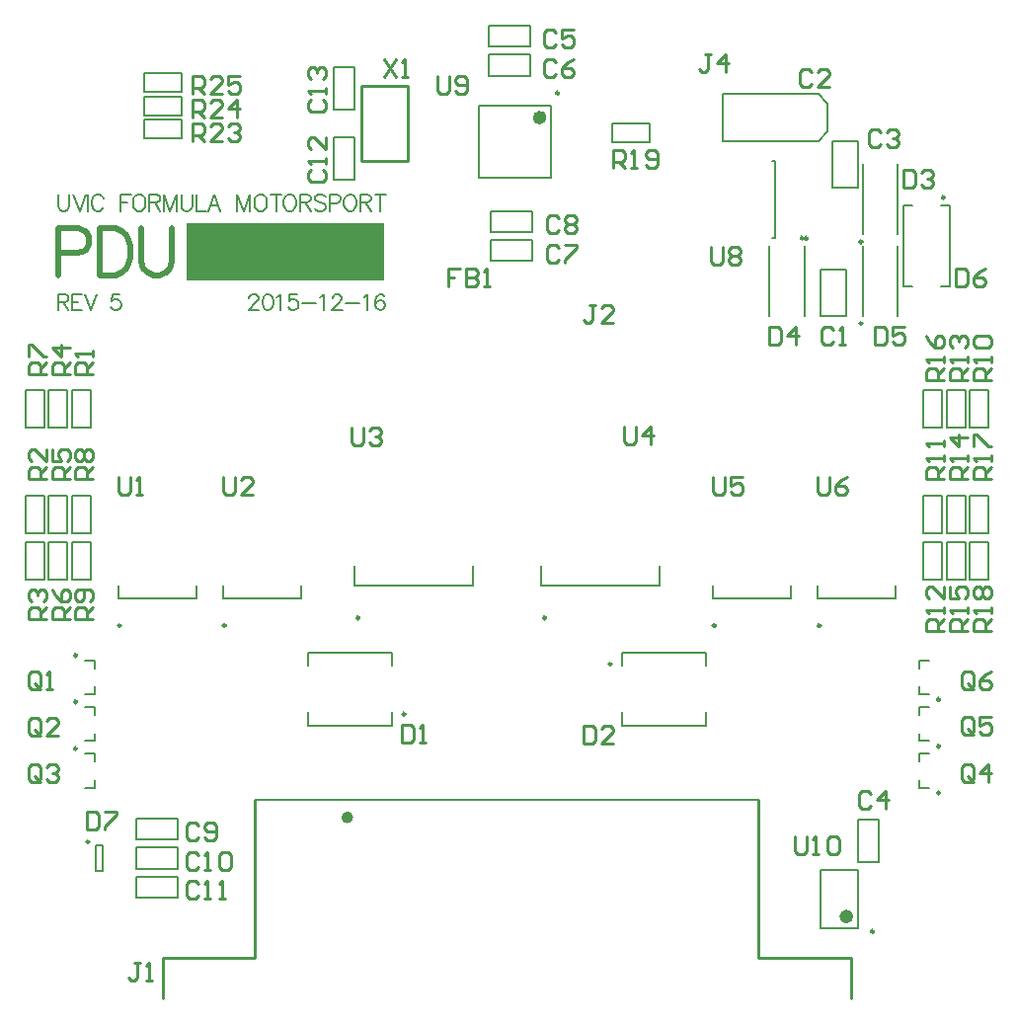
<source format=gto>
G04 Layer_Color=65535*
%FSLAX25Y25*%
%MOIN*%
G70*
G01*
G75*
%ADD34C,0.00984*%
%ADD39C,0.02362*%
%ADD48C,0.01969*%
%ADD49C,0.01000*%
%ADD50C,0.00787*%
%ADD51R,0.66929X0.19685*%
D34*
X343012Y114567D02*
G03*
X343012Y114567I-492J0D01*
G01*
Y98819D02*
G03*
X343012Y98819I-492J0D01*
G01*
X51673Y113779D02*
G03*
X51673Y113779I-492J0D01*
G01*
Y129528D02*
G03*
X51673Y129528I-492J0D01*
G01*
X343012Y83071D02*
G03*
X343012Y83071I-492J0D01*
G01*
X51673Y98032D02*
G03*
X51673Y98032I-492J0D01*
G01*
X296949Y270354D02*
G03*
X296949Y270354I-492J0D01*
G01*
X316831Y241535D02*
G03*
X316831Y241535I-492J0D01*
G01*
X298327Y270276D02*
G03*
X298327Y270276I-492J0D01*
G01*
X316831Y269094D02*
G03*
X316831Y269094I-492J0D01*
G01*
X344587Y284055D02*
G03*
X344587Y284055I-492J0D01*
G01*
X232185Y126575D02*
G03*
X232185Y126575I-492J0D01*
G01*
X162500Y109646D02*
G03*
X162500Y109646I-492J0D01*
G01*
X302736Y139567D02*
G03*
X302736Y139567I-492J0D01*
G01*
X267303D02*
G03*
X267303Y139567I-492J0D01*
G01*
X101949D02*
G03*
X101949Y139567I-492J0D01*
G01*
X66516Y139567D02*
G03*
X66516Y139567I-492J0D01*
G01*
X210000Y142126D02*
G03*
X210000Y142126I-492J0D01*
G01*
X147008D02*
G03*
X147008Y142126I-492J0D01*
G01*
X214370Y319291D02*
G03*
X214370Y319291I-492J0D01*
G01*
X55807Y66575D02*
G03*
X55807Y66575I-492J0D01*
G01*
X320669Y36299D02*
G03*
X320669Y36299I-492J0D01*
G01*
D39*
X209055Y311024D02*
G03*
X209055Y311024I-1181J0D01*
G01*
X312598Y41339D02*
G03*
X312598Y41339I-1181J0D01*
G01*
D48*
X143903Y74787D02*
G03*
X143903Y74787I-984J0D01*
G01*
X45276Y265371D02*
X52023D01*
X54273Y266121D01*
X55022Y266871D01*
X55772Y268370D01*
Y270620D01*
X55022Y272119D01*
X54273Y272869D01*
X52023Y273619D01*
X45276D01*
Y257874D01*
X59296Y273619D02*
Y257874D01*
Y273619D02*
X64544D01*
X66793Y272869D01*
X68293Y271369D01*
X69042Y269870D01*
X69792Y267621D01*
Y263872D01*
X69042Y261623D01*
X68293Y260123D01*
X66793Y258624D01*
X64544Y257874D01*
X59296D01*
X73316Y273619D02*
Y262372D01*
X74066Y260123D01*
X75565Y258624D01*
X77815Y257874D01*
X79314D01*
X81563Y258624D01*
X83063Y260123D01*
X83812Y262372D01*
Y273619D01*
D49*
X312992Y13780D02*
Y27543D01*
X281816D02*
Y80654D01*
Y27543D02*
X312992D01*
X80709D02*
X111796D01*
Y80654D01*
X80709Y13780D02*
Y27543D01*
X163386Y296260D02*
Y321850D01*
X147638Y296260D02*
X163386D01*
X147638D02*
Y321850D01*
X163386D01*
X181164Y259935D02*
X177165D01*
Y256936D01*
X179165D01*
X177165D01*
Y253937D01*
X183163Y259935D02*
Y253937D01*
X186162D01*
X187162Y254937D01*
Y255936D01*
X186162Y256936D01*
X183163D01*
X186162D01*
X187162Y257936D01*
Y258935D01*
X186162Y259935D01*
X183163D01*
X189162Y253937D02*
X191161D01*
X190161D01*
Y259935D01*
X189162Y258935D01*
X307148Y239250D02*
X306149Y240250D01*
X304149D01*
X303150Y239250D01*
Y235252D01*
X304149Y234252D01*
X306149D01*
X307148Y235252D01*
X309148Y234252D02*
X311147D01*
X310147D01*
Y240250D01*
X309148Y239250D01*
X299668Y326258D02*
X298668Y327258D01*
X296669D01*
X295669Y326258D01*
Y322259D01*
X296669Y321260D01*
X298668D01*
X299668Y322259D01*
X305666Y321260D02*
X301667D01*
X305666Y325259D01*
Y326258D01*
X304666Y327258D01*
X302667D01*
X301667Y326258D01*
X322896Y306179D02*
X321897Y307179D01*
X319897D01*
X318898Y306179D01*
Y302181D01*
X319897Y301181D01*
X321897D01*
X322896Y302181D01*
X324896Y306179D02*
X325895Y307179D01*
X327895D01*
X328894Y306179D01*
Y305180D01*
X327895Y304180D01*
X326895D01*
X327895D01*
X328894Y303181D01*
Y302181D01*
X327895Y301181D01*
X325895D01*
X324896Y302181D01*
X319648Y82685D02*
X318649Y83685D01*
X316649D01*
X315650Y82685D01*
Y78686D01*
X316649Y77687D01*
X318649D01*
X319648Y78686D01*
X324647Y77687D02*
Y83685D01*
X321648Y80686D01*
X325646D01*
X213447Y339644D02*
X212448Y340644D01*
X210449D01*
X209449Y339644D01*
Y335645D01*
X210449Y334646D01*
X212448D01*
X213447Y335645D01*
X219446Y340644D02*
X215447D01*
Y337645D01*
X217446Y338644D01*
X218446D01*
X219446Y337645D01*
Y335645D01*
X218446Y334646D01*
X216447D01*
X215447Y335645D01*
X213447Y329802D02*
X212448Y330801D01*
X210449D01*
X209449Y329802D01*
Y325803D01*
X210449Y324803D01*
X212448D01*
X213447Y325803D01*
X219446Y330801D02*
X217446Y329802D01*
X215447Y327802D01*
Y325803D01*
X216447Y324803D01*
X218446D01*
X219446Y325803D01*
Y326802D01*
X218446Y327802D01*
X215447D01*
X214235Y267203D02*
X213235Y268203D01*
X211236D01*
X210236Y267203D01*
Y263204D01*
X211236Y262205D01*
X213235D01*
X214235Y263204D01*
X216234Y268203D02*
X220233D01*
Y267203D01*
X216234Y263204D01*
Y262205D01*
X214235Y277046D02*
X213235Y278045D01*
X211236D01*
X210236Y277046D01*
Y273047D01*
X211236Y272047D01*
X213235D01*
X214235Y273047D01*
X216234Y277046D02*
X217234Y278045D01*
X219233D01*
X220233Y277046D01*
Y276046D01*
X219233Y275046D01*
X220233Y274047D01*
Y273047D01*
X219233Y272047D01*
X217234D01*
X216234Y273047D01*
Y274047D01*
X217234Y275046D01*
X216234Y276046D01*
Y277046D01*
X217234Y275046D02*
X219233D01*
X161417Y105998D02*
Y100000D01*
X164416D01*
X165416Y101000D01*
Y104998D01*
X164416Y105998D01*
X161417D01*
X167415Y100000D02*
X169415D01*
X168415D01*
Y105998D01*
X167415Y104998D01*
X222835Y105604D02*
Y99606D01*
X225834D01*
X226833Y100606D01*
Y104605D01*
X225834Y105604D01*
X222835D01*
X232831Y99606D02*
X228833D01*
X232831Y103605D01*
Y104605D01*
X231832Y105604D01*
X229832D01*
X228833Y104605D01*
X330709Y293400D02*
Y287402D01*
X333708D01*
X334707Y288401D01*
Y292400D01*
X333708Y293400D01*
X330709D01*
X336707Y292400D02*
X337706Y293400D01*
X339706D01*
X340705Y292400D01*
Y291400D01*
X339706Y290401D01*
X338706D01*
X339706D01*
X340705Y289401D01*
Y288401D01*
X339706Y287402D01*
X337706D01*
X336707Y288401D01*
X285433Y240250D02*
Y234252D01*
X288432D01*
X289432Y235252D01*
Y239250D01*
X288432Y240250D01*
X285433D01*
X294430Y234252D02*
Y240250D01*
X291431Y237251D01*
X295430D01*
X320866Y240250D02*
Y234252D01*
X323865D01*
X324865Y235252D01*
Y239250D01*
X323865Y240250D01*
X320866D01*
X330863D02*
X326864D01*
Y237251D01*
X328864Y238251D01*
X329863D01*
X330863Y237251D01*
Y235252D01*
X329863Y234252D01*
X327864D01*
X326864Y235252D01*
X348425Y259935D02*
Y253937D01*
X351424D01*
X352424Y254937D01*
Y258935D01*
X351424Y259935D01*
X348425D01*
X358422D02*
X356423Y258935D01*
X354423Y256936D01*
Y254937D01*
X355423Y253937D01*
X357422D01*
X358422Y254937D01*
Y255936D01*
X357422Y256936D01*
X354423D01*
X72896Y25683D02*
X70897D01*
X71897D01*
Y20685D01*
X70897Y19685D01*
X69897D01*
X68898Y20685D01*
X74896Y19685D02*
X76895D01*
X75895D01*
Y25683D01*
X74896Y24683D01*
X265810Y332376D02*
X263810D01*
X264810D01*
Y327378D01*
X263810Y326378D01*
X262811D01*
X261811Y327378D01*
X270808Y326378D02*
Y332376D01*
X267809Y329377D01*
X271808D01*
X39432Y87614D02*
Y91612D01*
X38432Y92612D01*
X36433D01*
X35433Y91612D01*
Y87614D01*
X36433Y86614D01*
X38432D01*
X37432Y88613D02*
X39432Y86614D01*
X38432D02*
X39432Y87614D01*
X41431Y91612D02*
X42431Y92612D01*
X44430D01*
X45430Y91612D01*
Y90613D01*
X44430Y89613D01*
X43431D01*
X44430D01*
X45430Y88613D01*
Y87614D01*
X44430Y86614D01*
X42431D01*
X41431Y87614D01*
X354392D02*
Y91612D01*
X353393Y92612D01*
X351393D01*
X350394Y91612D01*
Y87614D01*
X351393Y86614D01*
X353393D01*
X352393Y88613D02*
X354392Y86614D01*
X353393D02*
X354392Y87614D01*
X359391Y86614D02*
Y92612D01*
X356392Y89613D01*
X360390D01*
X39432Y119110D02*
Y123109D01*
X38432Y124108D01*
X36433D01*
X35433Y123109D01*
Y119110D01*
X36433Y118110D01*
X38432D01*
X37432Y120110D02*
X39432Y118110D01*
X38432D02*
X39432Y119110D01*
X41431Y118110D02*
X43431D01*
X42431D01*
Y124108D01*
X41431Y123109D01*
X39432Y103362D02*
Y107361D01*
X38432Y108360D01*
X36433D01*
X35433Y107361D01*
Y103362D01*
X36433Y102362D01*
X38432D01*
X37432Y104362D02*
X39432Y102362D01*
X38432D02*
X39432Y103362D01*
X45430Y102362D02*
X41431D01*
X45430Y106361D01*
Y107361D01*
X44430Y108360D01*
X42431D01*
X41431Y107361D01*
X354392Y103559D02*
Y107557D01*
X353393Y108557D01*
X351393D01*
X350394Y107557D01*
Y103559D01*
X351393Y102559D01*
X353393D01*
X352393Y104558D02*
X354392Y102559D01*
X353393D02*
X354392Y103559D01*
X360390Y108557D02*
X356392D01*
Y105558D01*
X358391Y106558D01*
X359391D01*
X360390Y105558D01*
Y103559D01*
X359391Y102559D01*
X357391D01*
X356392Y103559D01*
X354392Y119110D02*
Y123109D01*
X353393Y124108D01*
X351393D01*
X350394Y123109D01*
Y119110D01*
X351393Y118110D01*
X353393D01*
X352393Y120110D02*
X354392Y118110D01*
X353393D02*
X354392Y119110D01*
X360390Y124108D02*
X358391Y123109D01*
X356392Y121109D01*
Y119110D01*
X357391Y118110D01*
X359391D01*
X360390Y119110D01*
Y120110D01*
X359391Y121109D01*
X356392D01*
X57087Y224410D02*
X51089D01*
Y227409D01*
X52088Y228408D01*
X54088D01*
X55087Y227409D01*
Y224410D01*
Y226409D02*
X57087Y228408D01*
Y230408D02*
Y232407D01*
Y231407D01*
X51089D01*
X52088Y230408D01*
X41339Y188976D02*
X35340D01*
Y191975D01*
X36340Y192975D01*
X38339D01*
X39339Y191975D01*
Y188976D01*
Y190976D02*
X41339Y192975D01*
Y198973D02*
Y194974D01*
X37340Y198973D01*
X36340D01*
X35340Y197974D01*
Y195974D01*
X36340Y194974D01*
X41339Y141732D02*
X35340D01*
Y144731D01*
X36340Y145731D01*
X38339D01*
X39339Y144731D01*
Y141732D01*
Y143732D02*
X41339Y145731D01*
X36340Y147730D02*
X35340Y148730D01*
Y150729D01*
X36340Y151729D01*
X37340D01*
X38339Y150729D01*
Y149730D01*
Y150729D01*
X39339Y151729D01*
X40339D01*
X41339Y150729D01*
Y148730D01*
X40339Y147730D01*
X49213Y224410D02*
X43214D01*
Y227409D01*
X44214Y228408D01*
X46214D01*
X47213Y227409D01*
Y224410D01*
Y226409D02*
X49213Y228408D01*
Y233406D02*
X43214D01*
X46214Y230408D01*
Y234406D01*
X49213Y188976D02*
X43214D01*
Y191975D01*
X44214Y192975D01*
X46214D01*
X47213Y191975D01*
Y188976D01*
Y190976D02*
X49213Y192975D01*
X43214Y198973D02*
Y194974D01*
X46214D01*
X45214Y196974D01*
Y197974D01*
X46214Y198973D01*
X48213D01*
X49213Y197974D01*
Y195974D01*
X48213Y194974D01*
X49213Y141732D02*
X43214D01*
Y144731D01*
X44214Y145731D01*
X46214D01*
X47213Y144731D01*
Y141732D01*
Y143732D02*
X49213Y145731D01*
X43214Y151729D02*
X44214Y149730D01*
X46214Y147730D01*
X48213D01*
X49213Y148730D01*
Y150729D01*
X48213Y151729D01*
X47213D01*
X46214Y150729D01*
Y147730D01*
X41339Y224410D02*
X35340D01*
Y227409D01*
X36340Y228408D01*
X38340D01*
X39339Y227409D01*
Y224410D01*
Y226409D02*
X41339Y228408D01*
X35340Y230408D02*
Y234406D01*
X36340D01*
X40339Y230408D01*
X41339D01*
X57087Y188976D02*
X51089D01*
Y191975D01*
X52088Y192975D01*
X54088D01*
X55087Y191975D01*
Y188976D01*
Y190976D02*
X57087Y192975D01*
X52088Y194974D02*
X51089Y195974D01*
Y197974D01*
X52088Y198973D01*
X53088D01*
X54088Y197974D01*
X55087Y198973D01*
X56087D01*
X57087Y197974D01*
Y195974D01*
X56087Y194974D01*
X55087D01*
X54088Y195974D01*
X53088Y194974D01*
X52088D01*
X54088Y195974D02*
Y197974D01*
X57087Y141732D02*
X51089D01*
Y144731D01*
X52088Y145731D01*
X54088D01*
X55087Y144731D01*
Y141732D01*
Y143732D02*
X57087Y145731D01*
X56087Y147730D02*
X57087Y148730D01*
Y150729D01*
X56087Y151729D01*
X52088D01*
X51089Y150729D01*
Y148730D01*
X52088Y147730D01*
X53088D01*
X54088Y148730D01*
Y151729D01*
X360236Y222441D02*
X354238D01*
Y225440D01*
X355238Y226440D01*
X357237D01*
X358237Y225440D01*
Y222441D01*
Y224440D02*
X360236Y226440D01*
Y228439D02*
Y230438D01*
Y229439D01*
X354238D01*
X355238Y228439D01*
Y233437D02*
X354238Y234437D01*
Y236436D01*
X355238Y237436D01*
X359237D01*
X360236Y236436D01*
Y234437D01*
X359237Y233437D01*
X355238D01*
X344488Y188976D02*
X338490D01*
Y191975D01*
X339490Y192975D01*
X341489D01*
X342489Y191975D01*
Y188976D01*
Y190976D02*
X344488Y192975D01*
Y194974D02*
Y196974D01*
Y195974D01*
X338490D01*
X339490Y194974D01*
X344488Y199973D02*
Y201972D01*
Y200973D01*
X338490D01*
X339490Y199973D01*
X344488Y137795D02*
X338490D01*
Y140794D01*
X339490Y141794D01*
X341489D01*
X342489Y140794D01*
Y137795D01*
Y139795D02*
X344488Y141794D01*
Y143793D02*
Y145793D01*
Y144793D01*
X338490D01*
X339490Y143793D01*
X344488Y152790D02*
Y148792D01*
X340490Y152790D01*
X339490D01*
X338490Y151791D01*
Y149791D01*
X339490Y148792D01*
X344488Y222441D02*
X338490D01*
Y225440D01*
X339490Y226440D01*
X341489D01*
X342489Y225440D01*
Y222441D01*
Y224440D02*
X344488Y226440D01*
Y228439D02*
Y230438D01*
Y229439D01*
X338490D01*
X339490Y228439D01*
X338490Y237436D02*
X339490Y235437D01*
X341489Y233437D01*
X343489D01*
X344488Y234437D01*
Y236436D01*
X343489Y237436D01*
X342489D01*
X341489Y236436D01*
Y233437D01*
X360236Y188976D02*
X354238D01*
Y191975D01*
X355238Y192975D01*
X357237D01*
X358237Y191975D01*
Y188976D01*
Y190976D02*
X360236Y192975D01*
Y194974D02*
Y196974D01*
Y195974D01*
X354238D01*
X355238Y194974D01*
X354238Y199973D02*
Y203972D01*
X355238D01*
X359237Y199973D01*
X360236D01*
Y137795D02*
X354238D01*
Y140794D01*
X355238Y141794D01*
X357237D01*
X358237Y140794D01*
Y137795D01*
Y139795D02*
X360236Y141794D01*
Y143793D02*
Y145793D01*
Y144793D01*
X354238D01*
X355238Y143793D01*
Y148792D02*
X354238Y149791D01*
Y151791D01*
X355238Y152790D01*
X356238D01*
X357237Y151791D01*
X358237Y152790D01*
X359237D01*
X360236Y151791D01*
Y149791D01*
X359237Y148792D01*
X358237D01*
X357237Y149791D01*
X356238Y148792D01*
X355238D01*
X357237Y149791D02*
Y151791D01*
X352362Y222441D02*
X346364D01*
Y225440D01*
X347364Y226440D01*
X349363D01*
X350363Y225440D01*
Y222441D01*
Y224440D02*
X352362Y226440D01*
Y228439D02*
Y230438D01*
Y229439D01*
X346364D01*
X347364Y228439D01*
Y233437D02*
X346364Y234437D01*
Y236436D01*
X347364Y237436D01*
X348363D01*
X349363Y236436D01*
Y235437D01*
Y236436D01*
X350363Y237436D01*
X351362D01*
X352362Y236436D01*
Y234437D01*
X351362Y233437D01*
X352362Y188976D02*
X346364D01*
Y191975D01*
X347364Y192975D01*
X349363D01*
X350363Y191975D01*
Y188976D01*
Y190976D02*
X352362Y192975D01*
Y194974D02*
Y196974D01*
Y195974D01*
X346364D01*
X347364Y194974D01*
X352362Y202972D02*
X346364D01*
X349363Y199973D01*
Y203972D01*
X352362Y137795D02*
X346364D01*
Y140794D01*
X347364Y141794D01*
X349363D01*
X350363Y140794D01*
Y137795D01*
Y139795D02*
X352362Y141794D01*
Y143793D02*
Y145793D01*
Y144793D01*
X346364D01*
X347364Y143793D01*
X346364Y152790D02*
Y148792D01*
X349363D01*
X348363Y150791D01*
Y151791D01*
X349363Y152790D01*
X351362D01*
X352362Y151791D01*
Y149791D01*
X351362Y148792D01*
X232677Y294094D02*
Y300093D01*
X235676D01*
X236676Y299093D01*
Y297094D01*
X235676Y296094D01*
X232677D01*
X234677D02*
X236676Y294094D01*
X238675D02*
X240675D01*
X239675D01*
Y300093D01*
X238675Y299093D01*
X243674Y295094D02*
X244673Y294094D01*
X246673D01*
X247672Y295094D01*
Y299093D01*
X246673Y300093D01*
X244673D01*
X243674Y299093D01*
Y298093D01*
X244673Y297094D01*
X247672D01*
X144250Y206448D02*
Y201449D01*
X145249Y200450D01*
X147249D01*
X148248Y201449D01*
Y206448D01*
X150248Y205448D02*
X151247Y206448D01*
X153247D01*
X154246Y205448D01*
Y204448D01*
X153247Y203449D01*
X152247D01*
X153247D01*
X154246Y202449D01*
Y201449D01*
X153247Y200450D01*
X151247D01*
X150248Y201449D01*
X236221Y206785D02*
Y201787D01*
X237220Y200787D01*
X239219D01*
X240219Y201787D01*
Y206785D01*
X245218Y200787D02*
Y206785D01*
X242218Y203786D01*
X246217D01*
X65598Y189648D02*
Y184649D01*
X66597Y183650D01*
X68597D01*
X69596Y184649D01*
Y189648D01*
X71596Y183650D02*
X73595D01*
X72595D01*
Y189648D01*
X71596Y188648D01*
X101024Y189648D02*
Y184649D01*
X102023Y183650D01*
X104023D01*
X105022Y184649D01*
Y189648D01*
X111020Y183650D02*
X107022D01*
X111020Y187648D01*
Y188648D01*
X110021Y189648D01*
X108021D01*
X107022Y188648D01*
X266376Y189648D02*
Y184649D01*
X267375Y183650D01*
X269375D01*
X270374Y184649D01*
Y189648D01*
X276372D02*
X272374D01*
Y186649D01*
X274373Y187648D01*
X275373D01*
X276372Y186649D01*
Y184649D01*
X275373Y183650D01*
X273373D01*
X272374Y184649D01*
X301802Y189648D02*
Y184649D01*
X302801Y183650D01*
X304801D01*
X305800Y184649D01*
Y189648D01*
X311798D02*
X309799Y188648D01*
X307800Y186649D01*
Y184649D01*
X308799Y183650D01*
X310799D01*
X311798Y184649D01*
Y185649D01*
X310799Y186649D01*
X307800D01*
X265748Y267415D02*
Y262417D01*
X266748Y261417D01*
X268747D01*
X269747Y262417D01*
Y267415D01*
X271746Y266416D02*
X272746Y267415D01*
X274745D01*
X275745Y266416D01*
Y265416D01*
X274745Y264416D01*
X275745Y263417D01*
Y262417D01*
X274745Y261417D01*
X272746D01*
X271746Y262417D01*
Y263417D01*
X272746Y264416D01*
X271746Y265416D01*
Y266416D01*
X272746Y264416D02*
X274745D01*
X173228Y324896D02*
Y319897D01*
X174228Y318898D01*
X176227D01*
X177227Y319897D01*
Y324896D01*
X179226Y319897D02*
X180226Y318898D01*
X182225D01*
X183225Y319897D01*
Y323896D01*
X182225Y324896D01*
X180226D01*
X179226Y323896D01*
Y322896D01*
X180226Y321897D01*
X183225D01*
X293944Y68416D02*
Y63418D01*
X294944Y62418D01*
X296943D01*
X297943Y63418D01*
Y68416D01*
X299942Y62418D02*
X301941D01*
X300942D01*
Y68416D01*
X299942Y67417D01*
X304941D02*
X305940Y68416D01*
X307940D01*
X308939Y67417D01*
Y63418D01*
X307940Y62418D01*
X305940D01*
X304941Y63418D01*
Y67417D01*
X90551Y303150D02*
Y309148D01*
X93550D01*
X94550Y308148D01*
Y306149D01*
X93550Y305149D01*
X90551D01*
X92550D02*
X94550Y303150D01*
X100548D02*
X96549D01*
X100548Y307148D01*
Y308148D01*
X99548Y309148D01*
X97549D01*
X96549Y308148D01*
X102547D02*
X103547Y309148D01*
X105546D01*
X106546Y308148D01*
Y307148D01*
X105546Y306149D01*
X104547D01*
X105546D01*
X106546Y305149D01*
Y304149D01*
X105546Y303150D01*
X103547D01*
X102547Y304149D01*
X90551Y311024D02*
Y317022D01*
X93550D01*
X94550Y316022D01*
Y314023D01*
X93550Y313023D01*
X90551D01*
X92550D02*
X94550Y311024D01*
X100548D02*
X96549D01*
X100548Y315022D01*
Y316022D01*
X99548Y317022D01*
X97549D01*
X96549Y316022D01*
X105546Y311024D02*
Y317022D01*
X102547Y314023D01*
X106546D01*
X90551Y318898D02*
Y324896D01*
X93550D01*
X94550Y323896D01*
Y321897D01*
X93550Y320897D01*
X90551D01*
X92550D02*
X94550Y318898D01*
X100548D02*
X96549D01*
X100548Y322896D01*
Y323896D01*
X99548Y324896D01*
X97549D01*
X96549Y323896D01*
X106546Y324896D02*
X102547D01*
Y321897D01*
X104547Y322896D01*
X105546D01*
X106546Y321897D01*
Y319897D01*
X105546Y318898D01*
X103547D01*
X102547Y319897D01*
X92581Y71927D02*
X91582Y72927D01*
X89582D01*
X88583Y71927D01*
Y67929D01*
X89582Y66929D01*
X91582D01*
X92581Y67929D01*
X94581D02*
X95580Y66929D01*
X97580D01*
X98579Y67929D01*
Y71927D01*
X97580Y72927D01*
X95580D01*
X94581Y71927D01*
Y70928D01*
X95580Y69928D01*
X98579D01*
X92581Y62085D02*
X91582Y63085D01*
X89582D01*
X88583Y62085D01*
Y58086D01*
X89582Y57087D01*
X91582D01*
X92581Y58086D01*
X94581Y57087D02*
X96580D01*
X95580D01*
Y63085D01*
X94581Y62085D01*
X99579D02*
X100579Y63085D01*
X102578D01*
X103578Y62085D01*
Y58086D01*
X102578Y57087D01*
X100579D01*
X99579Y58086D01*
Y62085D01*
X92581Y52242D02*
X91582Y53242D01*
X89582D01*
X88583Y52242D01*
Y48244D01*
X89582Y47244D01*
X91582D01*
X92581Y48244D01*
X94581Y47244D02*
X96580D01*
X95580D01*
Y53242D01*
X94581Y52242D01*
X99579Y47244D02*
X101578D01*
X100579D01*
Y53242D01*
X99579Y52242D01*
X55118Y76864D02*
Y70866D01*
X58117D01*
X59117Y71866D01*
Y75864D01*
X58117Y76864D01*
X55118D01*
X61116D02*
X65115D01*
Y75864D01*
X61116Y71866D01*
Y70866D01*
X226833Y247730D02*
X224834D01*
X225834D01*
Y242732D01*
X224834Y241732D01*
X223834D01*
X222835Y242732D01*
X232831Y241732D02*
X228833D01*
X232831Y245731D01*
Y246731D01*
X231832Y247730D01*
X229832D01*
X228833Y246731D01*
X130828Y293369D02*
X129829Y292369D01*
Y290370D01*
X130828Y289370D01*
X134827D01*
X135827Y290370D01*
Y292369D01*
X134827Y293369D01*
X135827Y295368D02*
Y297368D01*
Y296368D01*
X129829D01*
X130828Y295368D01*
X135827Y304365D02*
Y300366D01*
X131828Y304365D01*
X130828D01*
X129829Y303365D01*
Y301366D01*
X130828Y300366D01*
Y316991D02*
X129829Y315991D01*
Y313992D01*
X130828Y312992D01*
X134827D01*
X135827Y313992D01*
Y315991D01*
X134827Y316991D01*
X135827Y318990D02*
Y320989D01*
Y319990D01*
X129829D01*
X130828Y318990D01*
Y323989D02*
X129829Y324988D01*
Y326988D01*
X130828Y327987D01*
X131828D01*
X132828Y326988D01*
Y325988D01*
Y326988D01*
X133827Y327987D01*
X134827D01*
X135827Y326988D01*
Y324988D01*
X134827Y323989D01*
X155512Y330801D02*
X159511Y324803D01*
Y330801D02*
X155512Y324803D01*
X161510D02*
X163509D01*
X162510D01*
Y330801D01*
X161510Y329802D01*
D50*
X111796Y80654D02*
X281816D01*
X322441Y59842D02*
Y74016D01*
X315354Y59842D02*
X322441D01*
X315354D02*
Y74016D01*
X322441D01*
X311417Y244094D02*
Y259842D01*
X302756Y244094D02*
X311417D01*
X302756D02*
Y259842D01*
X311417D01*
X315354Y287402D02*
Y303150D01*
X306693Y287402D02*
X315354D01*
X306693D02*
Y303150D01*
X315354D01*
X269685Y303150D02*
X301969D01*
X305118Y306299D01*
Y315748D01*
X269685Y318898D02*
X301969D01*
X305118Y315748D01*
X269685Y303150D02*
Y318898D01*
X190551Y342126D02*
X204724D01*
Y335039D02*
Y342126D01*
X190551Y335039D02*
X204724D01*
X190551D02*
Y342126D01*
Y332283D02*
X204724D01*
Y325197D02*
Y332283D01*
X190551Y325197D02*
X204724D01*
X190551D02*
Y332283D01*
X191339Y272441D02*
X205512D01*
X191339D02*
Y279528D01*
X205512D01*
Y272441D02*
Y279528D01*
X191339Y262598D02*
X205512D01*
X191339D02*
Y269685D01*
X205512D01*
Y262598D02*
Y269685D01*
X232677Y309055D02*
X238583D01*
X232283D02*
X232677D01*
X238583D02*
X244882D01*
Y302756D02*
Y309055D01*
X232283Y302756D02*
X244882D01*
X232283D02*
Y309055D01*
X56299Y177165D02*
Y183071D01*
Y183465D01*
Y170866D02*
Y177165D01*
X50000Y170866D02*
X56299D01*
X50000D02*
Y183465D01*
X56299D01*
X50000Y155512D02*
Y161417D01*
Y155118D02*
Y155512D01*
Y161417D02*
Y167717D01*
X56299D01*
Y155118D02*
Y167717D01*
X50000Y155118D02*
X56299D01*
X42126Y155512D02*
Y161417D01*
Y155118D02*
Y155512D01*
Y161417D02*
Y167717D01*
X48425D01*
Y155118D02*
Y167717D01*
X42126Y155118D02*
X48425D01*
Y177165D02*
Y183071D01*
Y183465D01*
Y170866D02*
Y177165D01*
X42126Y170866D02*
X48425D01*
X42126D02*
Y183465D01*
X48425D01*
X34252Y155512D02*
Y161417D01*
Y155118D02*
Y155512D01*
Y161417D02*
Y167717D01*
X40551D01*
Y155118D02*
Y167717D01*
X34252Y155118D02*
X40551D01*
Y177165D02*
Y183071D01*
Y183465D01*
Y170866D02*
Y177165D01*
X34252Y170866D02*
X40551D01*
X34252D02*
Y183465D01*
X40551D01*
X343701Y177165D02*
Y183071D01*
Y183465D01*
Y170866D02*
Y177165D01*
X337402Y170866D02*
X343701D01*
X337402D02*
Y183465D01*
X343701D01*
X337402Y155512D02*
Y161417D01*
Y155118D02*
Y155512D01*
Y161417D02*
Y167717D01*
X343701D01*
Y155118D02*
Y167717D01*
X337402Y155118D02*
X343701D01*
X345276Y155512D02*
Y161417D01*
Y155118D02*
Y155512D01*
Y161417D02*
Y167717D01*
X351575D01*
Y155118D02*
Y167717D01*
X345276Y155118D02*
X351575D01*
Y177165D02*
Y183071D01*
Y183465D01*
Y170866D02*
Y177165D01*
X345276Y170866D02*
X351575D01*
X345276D02*
Y183465D01*
X351575D01*
X359449Y177165D02*
Y183071D01*
Y183465D01*
Y170866D02*
Y177165D01*
X353150Y170866D02*
X359449D01*
X353150D02*
Y183465D01*
X359449D01*
X353150Y155512D02*
Y161417D01*
Y155118D02*
Y155512D01*
Y161417D02*
Y167717D01*
X359449D01*
Y155118D02*
Y167717D01*
X353150Y155118D02*
X359449D01*
X56299Y212598D02*
Y218504D01*
Y218898D01*
Y206299D02*
Y212598D01*
X50000Y206299D02*
X56299D01*
X50000D02*
Y218898D01*
X56299D01*
X48425Y212598D02*
Y218504D01*
Y218898D01*
Y206299D02*
Y212598D01*
X42126Y206299D02*
X48425D01*
X42126D02*
Y218898D01*
X48425D01*
X40551Y212598D02*
Y218504D01*
Y218898D01*
Y206299D02*
Y212598D01*
X34252Y206299D02*
X40551D01*
X34252D02*
Y218898D01*
X40551D01*
X359449Y212598D02*
Y218504D01*
Y218898D01*
Y206299D02*
Y212598D01*
X353150Y206299D02*
X359449D01*
X353150D02*
Y218898D01*
X359449D01*
X351575Y212598D02*
Y218504D01*
Y218898D01*
Y206299D02*
Y212598D01*
X345276Y206299D02*
X351575D01*
X345276D02*
Y218898D01*
X351575D01*
X343701Y212598D02*
Y218504D01*
Y218898D01*
Y206299D02*
Y212598D01*
X337402Y206299D02*
X343701D01*
X337402D02*
Y218898D01*
X343701D01*
X80709Y303937D02*
X86614D01*
X87008D01*
X74410D02*
X80709D01*
X74410D02*
Y310236D01*
X87008D01*
Y303937D02*
Y310236D01*
X80709Y311811D02*
X86614D01*
X87008D01*
X74410D02*
X80709D01*
X74410D02*
Y318110D01*
X87008D01*
Y311811D02*
Y318110D01*
X80709Y319685D02*
X86614D01*
X87008D01*
X74410D02*
X80709D01*
X74410D02*
Y325984D01*
X87008D01*
Y319685D02*
Y325984D01*
X71653Y74410D02*
X85827D01*
Y67323D02*
Y74410D01*
X71653Y67323D02*
X85827D01*
X71653D02*
Y74410D01*
Y54724D02*
X85827D01*
Y47638D02*
Y54724D01*
X71653Y47638D02*
X85827D01*
X71653D02*
Y54724D01*
Y64567D02*
X85827D01*
Y57480D02*
Y64567D01*
X71653Y57480D02*
X85827D01*
X71653D02*
Y64567D01*
X336024Y116299D02*
X339232D01*
X336024D02*
Y118898D01*
Y127795D02*
X339232D01*
X336024Y125197D02*
Y127795D01*
Y109449D02*
Y112047D01*
X339232D01*
X336024Y100551D02*
Y103150D01*
Y100551D02*
X339232D01*
X54469Y112047D02*
X57677D01*
Y109449D02*
Y112047D01*
X54469Y100551D02*
X57677D01*
Y103150D01*
Y116299D02*
Y118898D01*
X54469Y116299D02*
X57677D01*
Y125197D02*
Y127795D01*
X54469D02*
X57677D01*
X336024Y84803D02*
X339232D01*
X336024D02*
Y87402D01*
Y96299D02*
X339232D01*
X336024Y93701D02*
Y96299D01*
X57677Y84803D02*
Y87402D01*
X54469Y84803D02*
X57677D01*
Y93701D02*
Y96299D01*
X54469D02*
X57677D01*
X286221Y270472D02*
X287205D01*
X286221Y296457D02*
X287205D01*
Y270472D02*
Y296457D01*
X328740Y244094D02*
Y267717D01*
X316929Y244094D02*
Y267717D01*
X285433Y244094D02*
Y267717D01*
X297244Y244094D02*
Y267717D01*
X328740Y271654D02*
Y295276D01*
X316929Y271654D02*
Y295276D01*
X346457Y253937D02*
Y281496D01*
X330709Y253937D02*
Y281496D01*
X343504D02*
X346457D01*
X343504Y253937D02*
X346457D01*
X330709Y281496D02*
X333661D01*
X330709Y253937D02*
X333661D01*
X235827Y130512D02*
X264173D01*
X235827Y105709D02*
X264173D01*
X235827Y125984D02*
Y130512D01*
X264173Y125984D02*
Y130512D01*
X235827Y105709D02*
Y110236D01*
X264173Y105709D02*
Y110236D01*
X129528Y105709D02*
X157874D01*
X129528Y130512D02*
X157874D01*
Y105709D02*
Y110236D01*
X129528Y105709D02*
Y110236D01*
X157874Y125984D02*
Y130512D01*
X129528Y125984D02*
Y130512D01*
X301772Y148622D02*
Y152953D01*
Y148622D02*
X328150D01*
Y152953D01*
X266339Y148622D02*
Y152953D01*
Y148622D02*
X292717D01*
Y152953D01*
X100984Y148622D02*
Y152953D01*
Y148622D02*
X127362D01*
Y152953D01*
X65551Y148622D02*
Y152953D01*
Y148622D02*
X91929D01*
Y152953D01*
X248425Y153150D02*
Y159646D01*
X208268Y153150D02*
X248425D01*
X208268D02*
Y159646D01*
X185433Y153150D02*
Y159646D01*
X145276Y153150D02*
X185433D01*
X145276D02*
Y159646D01*
X187402Y290551D02*
Y314961D01*
X211811Y290551D02*
Y314961D01*
X187402Y290551D02*
X211811D01*
X187402Y314961D02*
X211811D01*
X57874Y65354D02*
X60236D01*
X57874Y56693D02*
X60236D01*
X57874D02*
Y65354D01*
X60236Y56693D02*
Y65354D01*
X302756Y57087D02*
X315354D01*
X302756Y37402D02*
X315354D01*
X302756D02*
Y57087D01*
X315354Y37402D02*
Y57087D01*
X145276Y313779D02*
Y327953D01*
X138189Y313779D02*
X145276D01*
X138189D02*
Y327953D01*
X145276D01*
X138189Y290158D02*
Y304331D01*
X145276D01*
Y290158D02*
Y304331D01*
X138189Y290158D02*
X145276D01*
X45276Y285078D02*
Y281113D01*
X45540Y280320D01*
X46069Y279792D01*
X46861Y279528D01*
X47390D01*
X48183Y279792D01*
X48711Y280320D01*
X48976Y281113D01*
Y285078D01*
X50508D02*
X52623Y279528D01*
X54737Y285078D02*
X52623Y279528D01*
X55451Y285078D02*
Y279528D01*
X60578Y283756D02*
X60313Y284285D01*
X59785Y284813D01*
X59256Y285078D01*
X58199D01*
X57671Y284813D01*
X57142Y284285D01*
X56878Y283756D01*
X56613Y282963D01*
Y281642D01*
X56878Y280849D01*
X57142Y280320D01*
X57671Y279792D01*
X58199Y279528D01*
X59256D01*
X59785Y279792D01*
X60313Y280320D01*
X60578Y280849D01*
X66498Y285078D02*
Y279528D01*
Y285078D02*
X69933D01*
X66498Y282435D02*
X68612D01*
X72153Y285078D02*
X71625Y284813D01*
X71096Y284285D01*
X70832Y283756D01*
X70568Y282963D01*
Y281642D01*
X70832Y280849D01*
X71096Y280320D01*
X71625Y279792D01*
X72153Y279528D01*
X73211D01*
X73739Y279792D01*
X74268Y280320D01*
X74532Y280849D01*
X74796Y281642D01*
Y282963D01*
X74532Y283756D01*
X74268Y284285D01*
X73739Y284813D01*
X73211Y285078D01*
X72153D01*
X76091D02*
Y279528D01*
Y285078D02*
X78470D01*
X79263Y284813D01*
X79527Y284549D01*
X79791Y284020D01*
Y283492D01*
X79527Y282963D01*
X79263Y282699D01*
X78470Y282435D01*
X76091D01*
X77941D02*
X79791Y279528D01*
X81033Y285078D02*
Y279528D01*
Y285078D02*
X83148Y279528D01*
X85262Y285078D02*
X83148Y279528D01*
X85262Y285078D02*
Y279528D01*
X86848Y285078D02*
Y281113D01*
X87112Y280320D01*
X87641Y279792D01*
X88433Y279528D01*
X88962D01*
X89755Y279792D01*
X90283Y280320D01*
X90548Y281113D01*
Y285078D01*
X92080D02*
Y279528D01*
X95252D01*
X100088D02*
X97974Y285078D01*
X95860Y279528D01*
X96653Y281378D02*
X99296D01*
X105744Y285078D02*
Y279528D01*
Y285078D02*
X107858Y279528D01*
X109973Y285078D02*
X107858Y279528D01*
X109973Y285078D02*
Y279528D01*
X113144Y285078D02*
X112616Y284813D01*
X112087Y284285D01*
X111823Y283756D01*
X111558Y282963D01*
Y281642D01*
X111823Y280849D01*
X112087Y280320D01*
X112616Y279792D01*
X113144Y279528D01*
X114201D01*
X114730Y279792D01*
X115258Y280320D01*
X115523Y280849D01*
X115787Y281642D01*
Y282963D01*
X115523Y283756D01*
X115258Y284285D01*
X114730Y284813D01*
X114201Y285078D01*
X113144D01*
X118932D02*
Y279528D01*
X117082Y285078D02*
X120782D01*
X123028D02*
X122500Y284813D01*
X121971Y284285D01*
X121707Y283756D01*
X121443Y282963D01*
Y281642D01*
X121707Y280849D01*
X121971Y280320D01*
X122500Y279792D01*
X123028Y279528D01*
X124085D01*
X124614Y279792D01*
X125143Y280320D01*
X125407Y280849D01*
X125671Y281642D01*
Y282963D01*
X125407Y283756D01*
X125143Y284285D01*
X124614Y284813D01*
X124085Y285078D01*
X123028D01*
X126966D02*
Y279528D01*
Y285078D02*
X129345D01*
X130138Y284813D01*
X130402Y284549D01*
X130666Y284020D01*
Y283492D01*
X130402Y282963D01*
X130138Y282699D01*
X129345Y282435D01*
X126966D01*
X128816D02*
X130666Y279528D01*
X135608Y284285D02*
X135080Y284813D01*
X134287Y285078D01*
X133230D01*
X132437Y284813D01*
X131908Y284285D01*
Y283756D01*
X132173Y283227D01*
X132437Y282963D01*
X132965Y282699D01*
X134551Y282170D01*
X135080Y281906D01*
X135344Y281642D01*
X135608Y281113D01*
Y280320D01*
X135080Y279792D01*
X134287Y279528D01*
X133230D01*
X132437Y279792D01*
X131908Y280320D01*
X136850Y282170D02*
X139229D01*
X140022Y282435D01*
X140286Y282699D01*
X140550Y283227D01*
Y284020D01*
X140286Y284549D01*
X140022Y284813D01*
X139229Y285078D01*
X136850D01*
Y279528D01*
X143378Y285078D02*
X142850Y284813D01*
X142321Y284285D01*
X142057Y283756D01*
X141793Y282963D01*
Y281642D01*
X142057Y280849D01*
X142321Y280320D01*
X142850Y279792D01*
X143378Y279528D01*
X144435D01*
X144964Y279792D01*
X145493Y280320D01*
X145757Y280849D01*
X146021Y281642D01*
Y282963D01*
X145757Y283756D01*
X145493Y284285D01*
X144964Y284813D01*
X144435Y285078D01*
X143378D01*
X147316D02*
Y279528D01*
Y285078D02*
X149695D01*
X150487Y284813D01*
X150752Y284549D01*
X151016Y284020D01*
Y283492D01*
X150752Y282963D01*
X150487Y282699D01*
X149695Y282435D01*
X147316D01*
X149166D02*
X151016Y279528D01*
X154108Y285078D02*
Y279528D01*
X152258Y285078D02*
X155958D01*
X45276Y251377D02*
Y246063D01*
Y251377D02*
X47553D01*
X48312Y251124D01*
X48565Y250871D01*
X48818Y250365D01*
Y249859D01*
X48565Y249353D01*
X48312Y249099D01*
X47553Y248846D01*
X45276D01*
X47047D02*
X48818Y246063D01*
X53297Y251377D02*
X50007D01*
Y246063D01*
X53297D01*
X50007Y248846D02*
X52032D01*
X54183Y251377D02*
X56207Y246063D01*
X58231Y251377D02*
X56207Y246063D01*
X66126Y251377D02*
X63596D01*
X63343Y249099D01*
X63596Y249353D01*
X64355Y249605D01*
X65114D01*
X65873Y249353D01*
X66379Y248846D01*
X66632Y248087D01*
Y247581D01*
X66379Y246822D01*
X65873Y246316D01*
X65114Y246063D01*
X64355D01*
X63596Y246316D01*
X63343Y246569D01*
X63090Y247075D01*
X109826Y250112D02*
Y250365D01*
X110079Y250871D01*
X110332Y251124D01*
X110838Y251377D01*
X111850D01*
X112356Y251124D01*
X112609Y250871D01*
X112862Y250365D01*
Y249859D01*
X112609Y249353D01*
X112103Y248593D01*
X109573Y246063D01*
X113115D01*
X115823Y251377D02*
X115064Y251124D01*
X114558Y250365D01*
X114305Y249099D01*
Y248340D01*
X114558Y247075D01*
X115064Y246316D01*
X115823Y246063D01*
X116329D01*
X117088Y246316D01*
X117594Y247075D01*
X117847Y248340D01*
Y249099D01*
X117594Y250365D01*
X117088Y251124D01*
X116329Y251377D01*
X115823D01*
X119036Y250365D02*
X119543Y250618D01*
X120302Y251377D01*
Y246063D01*
X125970Y251377D02*
X123439D01*
X123186Y249099D01*
X123439Y249353D01*
X124198Y249605D01*
X124958D01*
X125717Y249353D01*
X126223Y248846D01*
X126476Y248087D01*
Y247581D01*
X126223Y246822D01*
X125717Y246316D01*
X124958Y246063D01*
X124198D01*
X123439Y246316D01*
X123186Y246569D01*
X122933Y247075D01*
X127665Y248340D02*
X132220D01*
X133789Y250365D02*
X134295Y250618D01*
X135054Y251377D01*
Y246063D01*
X137939Y250112D02*
Y250365D01*
X138192Y250871D01*
X138445Y251124D01*
X138951Y251377D01*
X139963D01*
X140469Y251124D01*
X140722Y250871D01*
X140975Y250365D01*
Y249859D01*
X140722Y249353D01*
X140216Y248593D01*
X137686Y246063D01*
X141228D01*
X142417Y248340D02*
X146972D01*
X148541Y250365D02*
X149047Y250618D01*
X149806Y251377D01*
Y246063D01*
X155474Y250618D02*
X155221Y251124D01*
X154462Y251377D01*
X153956D01*
X153197Y251124D01*
X152691Y250365D01*
X152438Y249099D01*
Y247834D01*
X152691Y246822D01*
X153197Y246316D01*
X153956Y246063D01*
X154209D01*
X154968Y246316D01*
X155474Y246822D01*
X155727Y247581D01*
Y247834D01*
X155474Y248593D01*
X154968Y249099D01*
X154209Y249353D01*
X153956D01*
X153197Y249099D01*
X152691Y248593D01*
X152438Y247834D01*
D51*
X122047Y265748D02*
D03*
M02*

</source>
